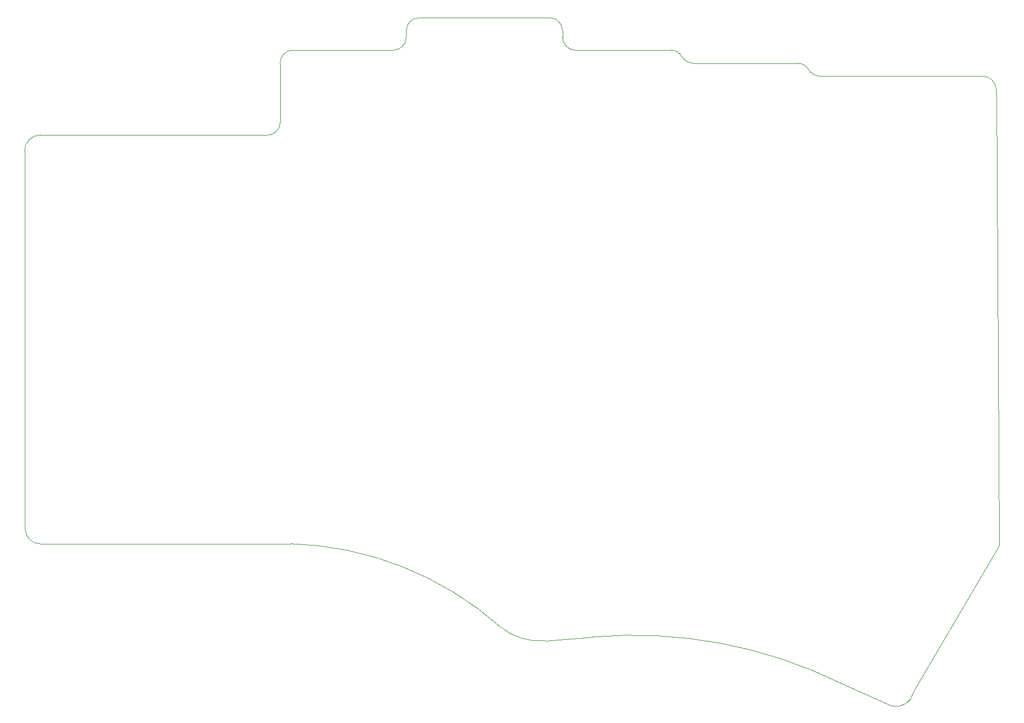
<source format=gbr>
%TF.GenerationSoftware,KiCad,Pcbnew,7.0.6*%
%TF.CreationDate,2023-08-11T19:59:34+07:00*%
%TF.ProjectId,keyboard_pcb,6b657962-6f61-4726-945f-7063622e6b69,rev1.0*%
%TF.SameCoordinates,Original*%
%TF.FileFunction,Profile,NP*%
%FSLAX46Y46*%
G04 Gerber Fmt 4.6, Leading zero omitted, Abs format (unit mm)*
G04 Created by KiCad (PCBNEW 7.0.6) date 2023-08-11 19:59:34*
%MOMM*%
%LPD*%
G01*
G04 APERTURE LIST*
%TA.AperFunction,Profile*%
%ADD10C,0.100000*%
%TD*%
G04 APERTURE END LIST*
D10*
X229702733Y-44648359D02*
X230150000Y-114650000D01*
X119764212Y-40496578D02*
X119791403Y-49585786D01*
X163114212Y-36518150D02*
G75*
G03*
X165114212Y-38518150I1999999J-1D01*
G01*
X137135784Y-38518150D02*
G75*
G03*
X139135784Y-36518150I1J1999999D01*
G01*
X83000000Y-114369071D02*
X121406277Y-114338900D01*
X153654750Y-127192161D02*
G75*
G03*
X121406277Y-114338901I-33754750J-37807839D01*
G01*
X230150000Y-114650000D02*
X217000000Y-137000000D01*
X80581324Y-53950000D02*
X80630929Y-112000000D01*
X83000000Y-51531324D02*
X117635786Y-51585786D01*
X117635786Y-51585786D02*
G75*
G03*
X119791403Y-49585786I150001J1999999D01*
G01*
X121764212Y-38496578D02*
X137135784Y-38518150D01*
X139135784Y-35518150D02*
X139135784Y-36518150D01*
X141135784Y-33518150D02*
X161114212Y-33518150D01*
X179749998Y-38500002D02*
X165114212Y-38518150D01*
X163114212Y-35518150D02*
X163114212Y-36518150D01*
X183200000Y-40500000D02*
X199199998Y-40513564D01*
X202650000Y-42513562D02*
X227347137Y-42487302D01*
X206034150Y-135867160D02*
X213418619Y-139188607D01*
X153654751Y-127192160D02*
G75*
G03*
X160404751Y-129242160I5985282J7569830D01*
G01*
X167704751Y-128667161D02*
X160404751Y-129242160D01*
X206034150Y-135867161D02*
G75*
G03*
X167704751Y-128667162I-32005469J-64758200D01*
G01*
X80630929Y-112000000D02*
G75*
G03*
X83000000Y-114369071I2369070J-1D01*
G01*
X83000000Y-51531324D02*
G75*
G03*
X80581324Y-53950000I-1J-2418675D01*
G01*
X121764212Y-38496578D02*
G75*
G03*
X119764212Y-40496578I-1J-1999999D01*
G01*
X141135784Y-33518150D02*
G75*
G03*
X139135784Y-35518150I-1J-1999999D01*
G01*
X163114212Y-35518150D02*
G75*
G03*
X161114212Y-33518150I-1999999J1D01*
G01*
X181449998Y-39500002D02*
G75*
G03*
X179749998Y-38500002I-1700000J-945001D01*
G01*
X181449998Y-39500002D02*
G75*
G03*
X183200000Y-40500000I1750026J1031299D01*
G01*
X200899998Y-41513564D02*
G75*
G03*
X199199998Y-40513564I-1700000J-945001D01*
G01*
X200899998Y-41513564D02*
G75*
G03*
X202650000Y-42513562I1750026J1031299D01*
G01*
X213418619Y-139188606D02*
G75*
G03*
X216399998Y-138299999I881381J2488606D01*
G01*
X217000000Y-137000000D02*
X216400000Y-138300000D01*
X229702733Y-44648359D02*
G75*
G03*
X227347137Y-42487302I-2169090J0D01*
G01*
M02*

</source>
